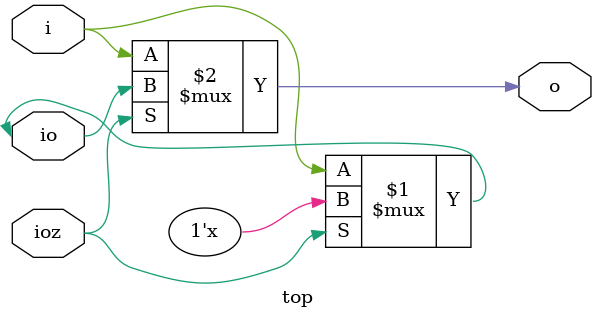
<source format=v>

module top (
  inout io,
  input ioz,
  input i,
  output o
);

  assign io = ioz ? 1'bz : i;
  assign o = ioz ? io : i;

endmodule

</source>
